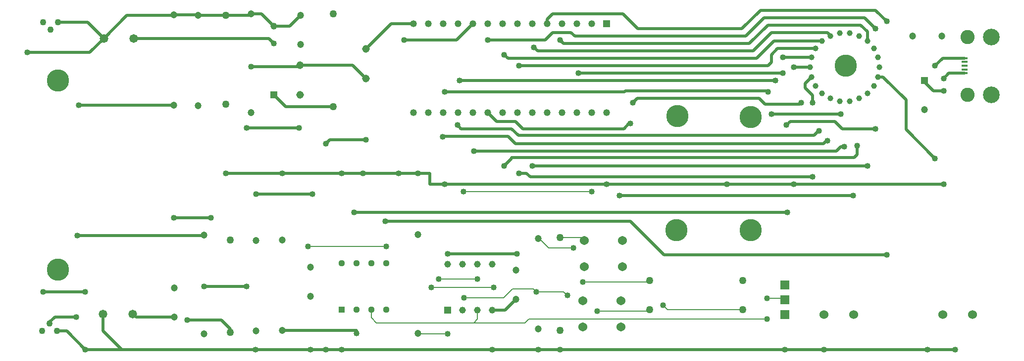
<source format=gbr>
G04 DesignSpark PCB Gerber Version 9.0 Build 5138 *
%FSLAX35Y35*%
%MOIN*%
%ADD123R,0.04449X0.04449*%
%ADD130R,0.04528X0.04528*%
%ADD121R,0.04563X0.04563*%
%ADD119R,0.04661X0.04661*%
%ADD133R,0.04724X0.04724*%
%ADD135R,0.06000X0.06000*%
%ADD116C,0.00800*%
%ADD117C,0.02000*%
%ADD14C,0.03937*%
%ADD91C,0.04000*%
%ADD134C,0.04331*%
%ADD124C,0.04449*%
%ADD131C,0.04528*%
%ADD122C,0.04563*%
%ADD120C,0.04661*%
%ADD127C,0.04724*%
%ADD128C,0.05020*%
%ADD129C,0.05181*%
%ADD126C,0.05819*%
%ADD12C,0.06000*%
%ADD125R,0.04331X0.01772*%
%ADD132C,0.06063*%
%ADD98C,0.09539*%
%ADD99C,0.11205*%
%ADD118C,0.15000*%
X0Y0D02*
D02*
D12*
X543238Y30100D03*
X563238D03*
X623238D03*
X643238D03*
D02*
D14*
X534100Y197100D03*
X535041Y203644D03*
X535043Y190551D03*
X537787Y209658D03*
X537790Y184538D03*
X542117Y214654D03*
X542120Y179542D03*
X547678Y218229D03*
X547683Y175969D03*
X554021Y220092D03*
X554027Y174107D03*
X560633Y220092D03*
X560638Y174109D03*
X566976Y218230D03*
X566981Y175972D03*
X572538Y214656D03*
X572542Y179548D03*
X576868Y209660D03*
X576871Y184544D03*
X579615Y203646D03*
X579617Y190559D03*
X580557Y197103D03*
D02*
D91*
X7100Y207100D03*
X17600Y45600D03*
X40100Y28600D03*
X40600Y83600D03*
X41600Y171600D03*
X46100Y6600D03*
Y45600D03*
X105600Y95600D03*
X114600Y26600D03*
X126100Y49100D03*
X130600Y95600D03*
X140600Y125600D03*
X154600Y49100D03*
Y156100D03*
X157600Y197600D03*
X160600Y6600D03*
X161100Y111600D03*
X173100Y213100D03*
X178600Y125600D03*
X190100Y156100D03*
X196100Y76100D03*
X197600Y6600D03*
X199100Y111600D03*
X208100Y6600D03*
Y145600D03*
X218600Y6600D03*
Y125600D03*
X227100Y99100D03*
X228600Y17576D03*
X233100Y125600D03*
X235100Y148100D03*
X248100Y93100D03*
X248600Y76100D03*
X257100Y125600D03*
X260600Y215600D03*
X270100Y125600D03*
X279100Y48600D03*
X284100Y54100D03*
X286600Y150100D03*
X288100Y118100D03*
Y180600D03*
X290100Y17100D03*
Y71100D03*
X296600Y158100D03*
X298100Y188100D03*
X300600Y113100D03*
X301100Y41600D03*
X307600Y140600D03*
X310100Y54100D03*
X317100Y215600D03*
X320100Y6600D03*
X321100Y48600D03*
X328100Y130600D03*
Y205600D03*
X336600Y71100D03*
X338100Y125600D03*
Y198100D03*
X347100Y130600D03*
X348100Y210600D03*
X349600Y45600D03*
X351100Y6600D03*
X365600D03*
Y215600D03*
X370600Y43100D03*
X374600Y75100D03*
X378100Y193100D03*
X381100Y52100D03*
X387100Y113100D03*
X390600Y32600D03*
X397100Y118100D03*
X405600Y110600D03*
X413100Y159100D03*
X414600Y173100D03*
X435100Y36600D03*
X478100Y118100D03*
X505100Y27100D03*
Y41100D03*
X505600Y180600D03*
X508100Y165600D03*
X510600Y188100D03*
X515600Y193100D03*
Y203644D03*
X517100Y6600D03*
X518100Y158100D03*
X518600Y99100D03*
X523100Y118100D03*
Y197100D03*
X528100Y173100D03*
X535600Y123100D03*
Y173100D03*
X540100Y154100D03*
X543238Y6600D03*
X545600Y147600D03*
X554600Y165600D03*
X557100Y143600D03*
X563100Y110600D03*
X565600Y144100D03*
X572542Y130600D03*
X578100Y155600D03*
Y223100D03*
X585600Y70600D03*
Y228100D03*
X613100Y6600D03*
X618100Y135600D03*
Y198100D03*
X624100Y118100D03*
Y181100D03*
Y189600D03*
X631600Y6600D03*
D02*
D98*
X640167Y178612D03*
Y217588D03*
D02*
D99*
X655915Y178612D03*
Y217588D03*
D02*
D116*
X238600Y33470D02*
Y28100D01*
X242100Y24600*
X307600*
X248600Y76100D02*
X196100D01*
X279100Y48600D02*
X321100D01*
X284100Y54100D02*
X310100D01*
X290100Y17100D02*
X270600D01*
X270100Y17600*
X301100Y41600D02*
X327600D01*
X333600Y47600*
X347600*
X349600Y45600*
X307600Y24600D02*
X342100D01*
X344600Y27100*
X505100*
X307600Y24600D02*
X310100Y27100D01*
Y33226*
X349600Y45600D02*
X368100D01*
X370600Y43100*
X351100Y81600D02*
X351600D01*
X358100Y75100*
X374600*
X365600Y82198D02*
X380002D01*
X382100Y80100*
X381100Y52100D02*
X425100D01*
X426100Y53100*
X387100Y113100D02*
X300600D01*
X390600Y32600D02*
X425100D01*
X426100Y33600*
X488698D02*
X438100D01*
X435100Y36600*
X505100Y41100D02*
X516100D01*
X517100Y40100*
D02*
D117*
X7100Y207100D02*
X49100D01*
X58600Y216600*
X17600Y45600D02*
X46100D01*
X22100Y24100D02*
Y25100D01*
X25600Y28600*
X40100*
X27600Y227600D02*
X47600D01*
X58600Y216600*
X40600Y83600D02*
X126065D01*
X126100Y83635*
X46100Y6600D02*
X33600Y19100D01*
X27100*
X58600Y216600D02*
X74100Y232100D01*
X105076*
X105600Y232624*
X70600Y6600D02*
X46100D01*
X70600D02*
X58100Y19100D01*
Y30600*
X78600Y216600D02*
X169600D01*
X173100Y213100*
X105600Y95600D02*
X130600D01*
X105600Y171600D02*
X41600D01*
X105600Y232624D02*
X121600D01*
X122100Y232124*
X106100Y28415D02*
X80285D01*
X78100Y30600*
X122100Y232124D02*
X140576D01*
X140600Y232100*
X126100Y49100D02*
X154600D01*
X140600Y232100D02*
X156600D01*
X157600Y233100*
X143600Y18002D02*
Y20600D01*
X137600Y26600*
X114600*
X154600Y156100D02*
X190100D01*
X157600Y197600D02*
X189600D01*
X190600Y198600*
X157600Y233100D02*
X164663D01*
X173100Y224663*
X160600Y6600D02*
X70600D01*
X173100Y224663D02*
X183663D01*
X191100Y232100*
X178600Y19576D02*
X228600D01*
Y17576*
X178600Y125600D02*
X140600D01*
X190600Y198600D02*
X226100D01*
X235100Y189600*
X197600Y6600D02*
X160600D01*
X199100Y111600D02*
X161100D01*
X208100Y6600D02*
X197600D01*
X213100Y170600D02*
X181100D01*
X173100Y178600*
X218600Y6600D02*
X208100D01*
X218600Y125600D02*
X178600D01*
X227100Y99100D02*
X518600D01*
X233100Y125600D02*
X218600D01*
X235100Y148100D02*
X210600D01*
X208100Y145600*
X257100Y125600D02*
X233100D01*
X260600Y215600D02*
X296100D01*
X307100Y226600*
X267100D02*
X252100D01*
X235100Y209600*
X270100Y125600D02*
X257100D01*
X288100Y118100D02*
X278100D01*
Y125600*
X270100*
X288100Y180600D02*
X409100D01*
X409600Y181100*
X505600*
Y180600*
X290100Y71100D02*
X336600D01*
X317100Y215600D02*
X355600D01*
X360600Y220600*
X373100*
X375600Y218100*
X490600*
X503100Y230600*
X570600*
X578100Y223100*
X320100Y6600D02*
X218600D01*
X320100Y33226D02*
X328726D01*
X336100Y40600*
X333100Y136100D02*
Y135600D01*
X328100Y130600*
X338100Y125600D02*
X343100D01*
X345600Y123100*
X535600*
X351100Y6600D02*
X320100D01*
X357100Y226600D02*
Y229600D01*
X360600Y233100*
X408100*
X418100Y223100*
X488100*
X500600Y235600*
X578100*
X585600Y228100*
X365600Y6600D02*
X351100D01*
X397100Y118100D02*
X288100D01*
X405600Y110600D02*
X563100D01*
X413100Y159100D02*
X412100D01*
X408600Y155600*
X340600*
X335600Y160600*
X323100*
X317100Y166600*
X420100Y176100D02*
X499600D01*
X503600Y172100*
X527100*
X528100Y173100*
X420100Y176100D02*
X417600D01*
X414600Y173100*
X478100Y118100D02*
X397100D01*
X508100Y165600D02*
X554600D01*
X510600Y188100D02*
X298100D01*
X515600Y193100D02*
X378100D01*
X517100Y6600D02*
X365600D01*
X523100Y118100D02*
X478100D01*
X534100Y197100D02*
X523100D01*
X535041Y203644D02*
X515600D01*
X535600Y173100D02*
Y178100D01*
X530600Y183100*
Y186108*
X535043Y190551*
X537787Y209658D02*
X512158D01*
X508100Y205600*
Y200600*
X505600Y198100*
X338100*
X540100Y154100D02*
X539600D01*
X536600Y151100*
X337600*
X333100Y155600*
X299100*
X296600Y158100*
X542117Y214654D02*
X509654D01*
X498100Y203100*
X330600*
X328100Y205600*
X543238Y6600D02*
X517100D01*
X543238D02*
X613100D01*
X545600Y147600D02*
X545100D01*
X543100Y145600*
X335600*
X330600Y150600*
X286600*
Y150100*
X547678Y218229D02*
Y218522D01*
X545600Y220600*
X508100*
X495600Y208100*
X350600*
X348100Y210600*
X557100Y143600D02*
X554600D01*
X551600Y140600*
X307600*
X565600Y144100D02*
Y138100D01*
X563600Y136100*
X333100*
X572538Y214656D02*
Y221162D01*
X568100Y225600*
X505600*
X493100Y213100*
X368100*
X365600Y215600*
X572542Y130600D02*
X347100D01*
X578100Y155600D02*
X555600D01*
X550600Y160600*
X520600*
X518100Y158100*
X579617Y190559D02*
X583141D01*
X598600Y175100*
Y155100*
X618100Y135600*
X585600Y70600D02*
X435600D01*
X413100Y93100*
X248100*
X611100Y188100D02*
Y187100D01*
X617100Y181100*
X624100*
Y118100D02*
X523100D01*
X631600Y6600D02*
X613100D01*
X638120Y192982D02*
X627482D01*
X624100Y189600*
X638120Y203218D02*
X623218D01*
X618100Y198100*
D02*
D118*
X27600Y60600D03*
Y188100D03*
X444100Y87100D03*
X444600Y164100D03*
X494100Y87100D03*
Y163600D03*
X558100Y198100D03*
D02*
D119*
X397100Y226600D03*
D02*
D120*
X267100Y166600D03*
Y226600D03*
X277100Y166600D03*
Y226600D03*
X287100Y166600D03*
Y226600D03*
X297100Y166600D03*
Y226600D03*
X307100Y166600D03*
Y226600D03*
X317100Y166600D03*
Y226600D03*
X327100Y166600D03*
Y226600D03*
X337100Y166600D03*
Y226600D03*
X347100Y166600D03*
Y226600D03*
X357100Y166600D03*
Y226600D03*
X367100Y166600D03*
Y226600D03*
X377100Y166600D03*
Y226600D03*
X387100Y166600D03*
Y226600D03*
X397100Y166600D03*
D02*
D121*
X290100Y33226D03*
D02*
D122*
Y63974D03*
X300100Y33226D03*
Y63974D03*
X310100Y33226D03*
Y63974D03*
X320100Y33226D03*
Y63974D03*
D02*
D123*
X218600Y33470D03*
D02*
D124*
Y64730D03*
X228600Y33470D03*
Y64730D03*
X238600Y33470D03*
Y64730D03*
X248600Y33470D03*
Y64730D03*
D02*
D125*
X638120Y192982D03*
Y195541D03*
Y198100D03*
Y200659D03*
Y203218D03*
D02*
D126*
X58100Y30600D03*
X58600Y216600D03*
X78100Y30600D03*
X78600Y216600D03*
D02*
D127*
X105600Y171600D03*
Y232624D03*
X106100Y28415D03*
Y48100D03*
X122100Y171100D03*
Y232124D03*
X126100Y17100D03*
Y83635D03*
X157600Y166565D03*
Y233100D03*
X161100Y19076D03*
Y80100D03*
X178600Y19576D03*
Y80600D03*
X191100Y212415D03*
Y232100D03*
X197600Y42415D03*
Y62100D03*
X270100Y17600D03*
Y84135D03*
X336100Y40600D03*
Y60285D03*
X351100Y20576D03*
Y81600D03*
X603100Y218100D03*
X611100Y168415D03*
X622785Y218100D03*
D02*
D128*
X140600Y172257D03*
Y232100D03*
X143600Y18002D03*
Y80600D03*
X213100Y170600D03*
Y233198D03*
X365600Y19600D03*
Y82198D03*
X426100Y33600D03*
Y53100D03*
X488698Y33600D03*
Y53100D03*
D02*
D129*
X190600Y178600D03*
Y198600D03*
X235100Y189600D03*
Y209600D03*
D02*
D130*
X173100Y178600D03*
D02*
D131*
Y224663D03*
D02*
D132*
X381100Y21883D03*
Y39600D03*
X382100Y62383D03*
Y80100D03*
X406691Y21883D03*
Y39600D03*
X407691Y62383D03*
Y80100D03*
D02*
D133*
X611100Y188100D03*
D02*
D134*
X17100Y19100D03*
X17600Y227600D03*
X22100Y24100D03*
X22600Y222600D03*
X27100Y19100D03*
X27600Y227600D03*
D02*
D135*
X517100Y30100D03*
Y40100D03*
Y50100D03*
X0Y0D02*
M02*

</source>
